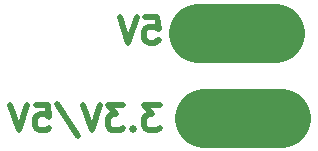
<source format=gbr>
G04 #@! TF.GenerationSoftware,KiCad,Pcbnew,(5.1.5)-3*
G04 #@! TF.CreationDate,2021-07-16T06:35:35-04:00*
G04 #@! TF.ProjectId,RS232_TTL_Male,52533233-325f-4545-944c-5f4d616c652e,1*
G04 #@! TF.SameCoordinates,Original*
G04 #@! TF.FileFunction,Legend,Bot*
G04 #@! TF.FilePolarity,Positive*
%FSLAX46Y46*%
G04 Gerber Fmt 4.6, Leading zero omitted, Abs format (unit mm)*
G04 Created by KiCad (PCBNEW (5.1.5)-3) date 2021-07-16 06:35:35*
%MOMM*%
%LPD*%
G04 APERTURE LIST*
%ADD10C,5.000000*%
%ADD11C,0.476250*%
G04 APERTURE END LIST*
D10*
X181610000Y-66802000D02*
X175110000Y-66802000D01*
X182118000Y-73998000D02*
X175618000Y-73998000D01*
D11*
X170614294Y-65460940D02*
X171642389Y-65460940D01*
X171745199Y-66489035D01*
X171642389Y-66386226D01*
X171436770Y-66283416D01*
X170922723Y-66283416D01*
X170717104Y-66386226D01*
X170614294Y-66489035D01*
X170511485Y-66694654D01*
X170511485Y-67208702D01*
X170614294Y-67414321D01*
X170717104Y-67517130D01*
X170922723Y-67619940D01*
X171436770Y-67619940D01*
X171642389Y-67517130D01*
X171745199Y-67414321D01*
X169894627Y-65460940D02*
X169174961Y-67619940D01*
X168455294Y-65460940D01*
X171848008Y-72890440D02*
X170511485Y-72890440D01*
X171231151Y-73712916D01*
X170922723Y-73712916D01*
X170717104Y-73815726D01*
X170614294Y-73918535D01*
X170511485Y-74124154D01*
X170511485Y-74638202D01*
X170614294Y-74843821D01*
X170717104Y-74946630D01*
X170922723Y-75049440D01*
X171539580Y-75049440D01*
X171745199Y-74946630D01*
X171848008Y-74843821D01*
X169586199Y-74843821D02*
X169483389Y-74946630D01*
X169586199Y-75049440D01*
X169689008Y-74946630D01*
X169586199Y-74843821D01*
X169586199Y-75049440D01*
X168763723Y-72890440D02*
X167427199Y-72890440D01*
X168146866Y-73712916D01*
X167838437Y-73712916D01*
X167632818Y-73815726D01*
X167530008Y-73918535D01*
X167427199Y-74124154D01*
X167427199Y-74638202D01*
X167530008Y-74843821D01*
X167632818Y-74946630D01*
X167838437Y-75049440D01*
X168455294Y-75049440D01*
X168660913Y-74946630D01*
X168763723Y-74843821D01*
X166810342Y-72890440D02*
X166090675Y-75049440D01*
X165371008Y-72890440D01*
X163109199Y-72787630D02*
X164959770Y-75563488D01*
X161361437Y-72890440D02*
X162389532Y-72890440D01*
X162492342Y-73918535D01*
X162389532Y-73815726D01*
X162183913Y-73712916D01*
X161669866Y-73712916D01*
X161464247Y-73815726D01*
X161361437Y-73918535D01*
X161258627Y-74124154D01*
X161258627Y-74638202D01*
X161361437Y-74843821D01*
X161464247Y-74946630D01*
X161669866Y-75049440D01*
X162183913Y-75049440D01*
X162389532Y-74946630D01*
X162492342Y-74843821D01*
X160641770Y-72890440D02*
X159922104Y-75049440D01*
X159202437Y-72890440D01*
M02*

</source>
